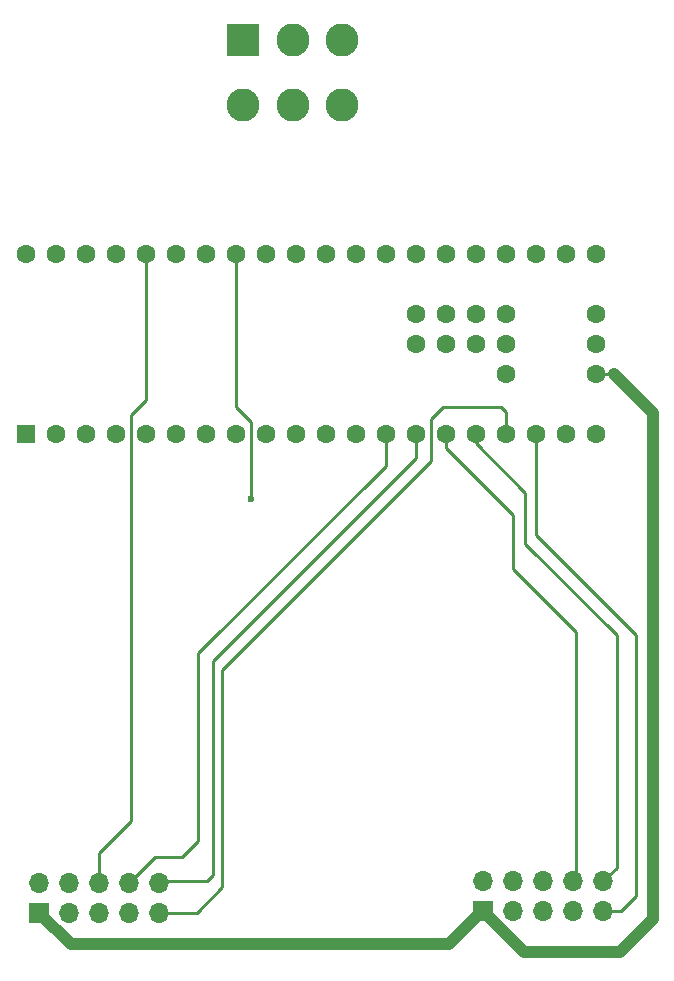
<source format=gbr>
G04 #@! TF.FileFunction,Copper,L1,Top,Signal*
%FSLAX46Y46*%
G04 Gerber Fmt 4.6, Leading zero omitted, Abs format (unit mm)*
G04 Created by KiCad (PCBNEW 4.0.7) date 02/25/18 21:17:54*
%MOMM*%
%LPD*%
G01*
G04 APERTURE LIST*
%ADD10C,0.100000*%
%ADD11R,2.800000X2.800000*%
%ADD12C,2.800000*%
%ADD13C,1.600000*%
%ADD14R,1.600000X1.600000*%
%ADD15R,1.700000X1.700000*%
%ADD16O,1.700000X1.700000*%
%ADD17C,0.600000*%
%ADD18C,0.250000*%
%ADD19C,1.000000*%
G04 APERTURE END LIST*
D10*
D11*
X84074000Y-41529000D03*
D12*
X88274000Y-41529000D03*
X92474000Y-41529000D03*
X84074000Y-47029000D03*
X88274000Y-47029000D03*
X92474000Y-47029000D03*
D13*
X85979000Y-74930000D03*
X88519000Y-74930000D03*
X91059000Y-74930000D03*
X83439000Y-74930000D03*
X80899000Y-74930000D03*
X78359000Y-74930000D03*
X75819000Y-74930000D03*
X73279000Y-74930000D03*
X70739000Y-74930000D03*
X68199000Y-74930000D03*
D14*
X65659000Y-74930000D03*
D13*
X93599000Y-74930000D03*
X96139000Y-74930000D03*
X98679000Y-74930000D03*
X101219000Y-74930000D03*
X103759000Y-74930000D03*
X106299000Y-74930000D03*
X108839000Y-74930000D03*
X111379000Y-74930000D03*
X113919000Y-74930000D03*
X113919000Y-69850000D03*
X113919000Y-67310000D03*
X113919000Y-64770000D03*
X113919000Y-59690000D03*
X111379000Y-59690000D03*
X108839000Y-59690000D03*
X106299000Y-59690000D03*
X103759000Y-59690000D03*
X101219000Y-59690000D03*
X98679000Y-59690000D03*
X96139000Y-59690000D03*
X93599000Y-59690000D03*
X91059000Y-59690000D03*
X88519000Y-59690000D03*
X85979000Y-59690000D03*
X83439000Y-59690000D03*
X80899000Y-59690000D03*
X78359000Y-59690000D03*
X75819000Y-59690000D03*
X73279000Y-59690000D03*
X70739000Y-59690000D03*
X68199000Y-59690000D03*
X65659000Y-59690000D03*
X98679000Y-64770000D03*
X101219000Y-64770000D03*
X103759000Y-64770000D03*
X106299000Y-64770000D03*
X98679000Y-67310000D03*
X101219000Y-67310000D03*
X103759000Y-67310000D03*
X106299000Y-67310000D03*
X106299000Y-69850000D03*
D15*
X104394000Y-115316000D03*
D16*
X104394000Y-112776000D03*
X106934000Y-115316000D03*
X106934000Y-112776000D03*
X109474000Y-115316000D03*
X109474000Y-112776000D03*
X112014000Y-115316000D03*
X112014000Y-112776000D03*
X114554000Y-115316000D03*
X114554000Y-112776000D03*
D15*
X66802000Y-115443000D03*
D16*
X66802000Y-112903000D03*
X69342000Y-115443000D03*
X69342000Y-112903000D03*
X71882000Y-115443000D03*
X71882000Y-112903000D03*
X74422000Y-115443000D03*
X74422000Y-112903000D03*
X76962000Y-115443000D03*
X76962000Y-112903000D03*
D17*
X84709000Y-80391000D03*
D18*
X104394000Y-115316000D02*
X104267000Y-115316000D01*
D19*
X104267000Y-115316000D02*
X101473000Y-118110000D01*
X69469000Y-118110000D02*
X66802000Y-115443000D01*
X101473000Y-118110000D02*
X69469000Y-118110000D01*
X107823000Y-118745000D02*
X104394000Y-115316000D01*
X115951000Y-118745000D02*
X107823000Y-118745000D01*
X118745000Y-115951000D02*
X115951000Y-118745000D01*
X118745000Y-73152000D02*
X118745000Y-115951000D01*
X115443000Y-69850000D02*
X118745000Y-73152000D01*
D18*
X113919000Y-69850000D02*
X115443000Y-69850000D01*
X84709000Y-73914000D02*
X84709000Y-80391000D01*
X83439000Y-72644000D02*
X84709000Y-73914000D01*
X83439000Y-59690000D02*
X83439000Y-72644000D01*
X101219000Y-74930000D02*
X101219000Y-76073000D01*
X112268000Y-91694000D02*
X112268000Y-112522000D01*
X106934000Y-86360000D02*
X112268000Y-91694000D01*
X106934000Y-81788000D02*
X106934000Y-86360000D01*
X101219000Y-76073000D02*
X106934000Y-81788000D01*
X112268000Y-112522000D02*
X112014000Y-112776000D01*
X108839000Y-74930000D02*
X108839000Y-83439000D01*
X116078000Y-115316000D02*
X114554000Y-115316000D01*
X117348000Y-114046000D02*
X116078000Y-115316000D01*
X117348000Y-91948000D02*
X117348000Y-114046000D01*
X108839000Y-83439000D02*
X117348000Y-91948000D01*
X103759000Y-74930000D02*
X103759000Y-75692000D01*
X103759000Y-75692000D02*
X107950000Y-79883000D01*
X107950000Y-79883000D02*
X107950000Y-84201000D01*
X107950000Y-84201000D02*
X115697000Y-91948000D01*
X115697000Y-91948000D02*
X115697000Y-111633000D01*
X115697000Y-111633000D02*
X114554000Y-112776000D01*
X75819000Y-59690000D02*
X75819000Y-72009000D01*
X71882000Y-110363000D02*
X71882000Y-112903000D01*
X74549000Y-107696000D02*
X71882000Y-110363000D01*
X74549000Y-73279000D02*
X74549000Y-107696000D01*
X75819000Y-72009000D02*
X74549000Y-73279000D01*
X96139000Y-74930000D02*
X96139000Y-77597000D01*
X76581000Y-110744000D02*
X74422000Y-112903000D01*
X78867000Y-110744000D02*
X76581000Y-110744000D01*
X80264000Y-109347000D02*
X78867000Y-110744000D01*
X80264000Y-93472000D02*
X80264000Y-109347000D01*
X96139000Y-77597000D02*
X80264000Y-93472000D01*
X106299000Y-74930000D02*
X106299000Y-73025000D01*
X80137000Y-115443000D02*
X76962000Y-115443000D01*
X82296000Y-113284000D02*
X80137000Y-115443000D01*
X82296000Y-94869000D02*
X82296000Y-113284000D01*
X99949000Y-77216000D02*
X82296000Y-94869000D01*
X99949000Y-73660000D02*
X99949000Y-77216000D01*
X100965000Y-72644000D02*
X99949000Y-73660000D01*
X105918000Y-72644000D02*
X100965000Y-72644000D01*
X106299000Y-73025000D02*
X105918000Y-72644000D01*
X98679000Y-74930000D02*
X98679000Y-76962000D01*
X81026000Y-112776000D02*
X77089000Y-112776000D01*
X81534000Y-112268000D02*
X81026000Y-112776000D01*
X81534000Y-94107000D02*
X81534000Y-112268000D01*
X98679000Y-76962000D02*
X81534000Y-94107000D01*
X77089000Y-112776000D02*
X76962000Y-112903000D01*
M02*

</source>
